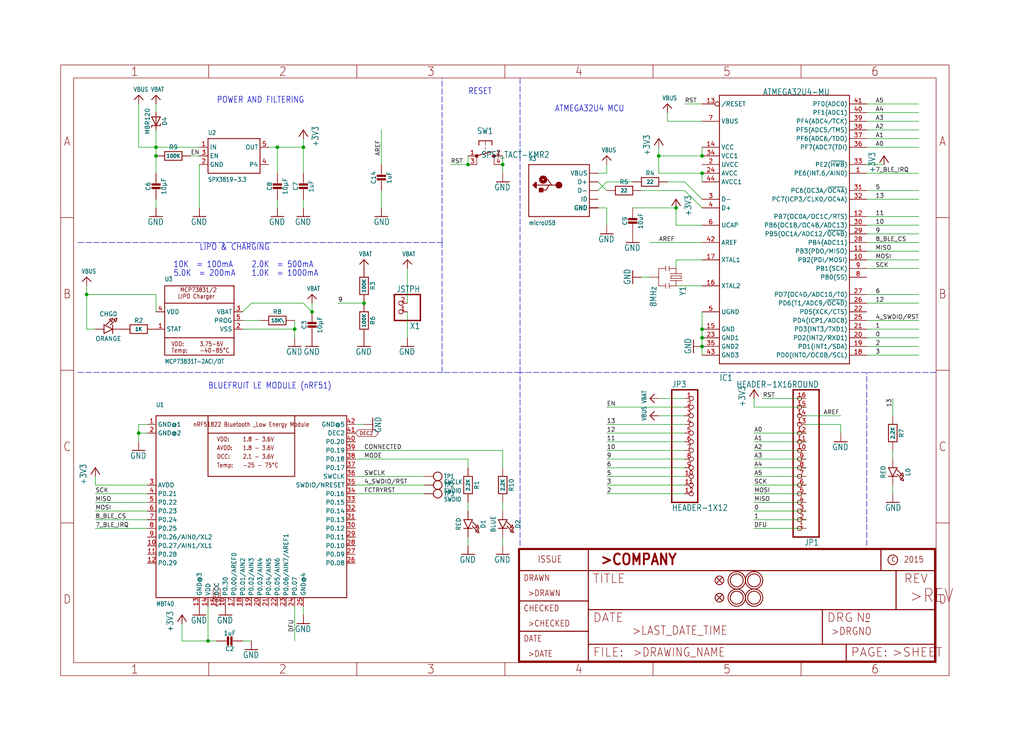
<source format=kicad_sch>
(kicad_sch (version 20211123) (generator eeschema)
  (paper "User" 300.076 217.881)
  (junction (at 86.36 96.52))
  (junction (at 147.32 48.26))
  (junction (at 205.74 50.8))
  (junction (at 205.74 99.06))
  (junction (at 106.68 88.9))
  (junction (at 60.96 187.96))
  (junction (at 205.74 101.6))
  (junction (at 198.12 60.96))
  (junction (at 205.74 45.72))
  (junction (at 91.44 91.44))
  (junction (at 88.9 43.18))
  (junction (at 40.64 127))
  (junction (at 45.72 45.72))
  (junction (at 81.28 43.18))
  (junction (at 45.72 43.18))
  (junction (at 205.74 96.52))
  (junction (at 137.16 48.26))
  (junction (at 25.4 86.36))
  (junction (at 193.04 45.72))
  (wire (pts (xy 220.98 129.54) (xy 236.22 129.54)))
  (wire (pts (xy 147.32 132.08) (xy 147.32 137.16)))
  (wire (pts (xy 193.04 45.72) (xy 205.74 45.72)))
  (wire (pts (xy 88.9 177.8) (xy 88.9 180.34)))
  (wire (pts (xy 60.96 187.96) (xy 63.5 187.96)))
  (wire (pts (xy 177.8 132.08) (xy 200.66 132.08)))
  (polyline (pts (xy 22.86 71.12) (xy 129.54 71.12)))
  (polyline (pts (xy 152.4 109.22) (xy 129.54 109.22)))
  (wire (pts (xy 60.96 187.96) (xy 53.34 187.96)))
  (wire (pts (xy 78.74 43.18) (xy 81.28 43.18)))
  (wire (pts (xy 81.28 50.8) (xy 81.28 43.18)))
  (wire (pts (xy 254 96.52) (xy 269.24 96.52)))
  (wire (pts (xy 147.32 157.48) (xy 147.32 160.02)))
  (wire (pts (xy 25.4 86.36) (xy 25.4 96.52)))
  (wire (pts (xy 53.34 187.96) (xy 53.34 182.88)))
  (wire (pts (xy 58.42 43.18) (xy 45.72 43.18)))
  (wire (pts (xy 147.32 45.72) (xy 147.32 48.26)))
  (wire (pts (xy 205.74 101.6) (xy 205.74 104.14)))
  (wire (pts (xy 254 43.18) (xy 269.24 43.18)))
  (wire (pts (xy 205.74 30.48) (xy 200.66 30.48)))
  (wire (pts (xy 195.58 35.56) (xy 195.58 33.02)))
  (wire (pts (xy 198.12 60.96) (xy 185.42 60.96)))
  (wire (pts (xy 236.22 137.16) (xy 220.98 137.16)))
  (polyline (pts (xy 129.54 109.22) (xy 129.54 71.12)))
  (wire (pts (xy 71.12 93.98) (xy 76.2 93.98)))
  (wire (pts (xy 45.72 86.36) (xy 45.72 91.44)))
  (wire (pts (xy 254 40.64) (xy 269.24 40.64)))
  (wire (pts (xy 236.22 124.46) (xy 246.38 124.46)))
  (wire (pts (xy 58.42 48.26) (xy 58.42 60.96)))
  (wire (pts (xy 269.24 99.06) (xy 254 99.06)))
  (wire (pts (xy 205.74 96.52) (xy 205.74 99.06)))
  (wire (pts (xy 71.12 187.96) (xy 73.66 187.96)))
  (wire (pts (xy 45.72 45.72) (xy 45.72 50.8)))
  (wire (pts (xy 177.8 50.8) (xy 177.8 48.26)))
  (polyline (pts (xy 152.4 109.22) (xy 152.4 22.86)))
  (wire (pts (xy 40.64 30.48) (xy 40.64 43.18)))
  (wire (pts (xy 254 88.9) (xy 269.24 88.9)))
  (polyline (pts (xy 129.54 71.12) (xy 129.54 22.86)))
  (wire (pts (xy 119.38 99.06) (xy 119.38 91.44)))
  (wire (pts (xy 177.8 60.96) (xy 177.8 66.04)))
  (wire (pts (xy 104.14 134.62) (xy 137.16 134.62)))
  (wire (pts (xy 193.04 50.8) (xy 193.04 45.72)))
  (wire (pts (xy 246.38 124.46) (xy 246.38 127)))
  (wire (pts (xy 200.66 124.46) (xy 177.8 124.46)))
  (wire (pts (xy 43.18 127) (xy 40.64 127)))
  (wire (pts (xy 106.68 88.9) (xy 99.06 88.9)))
  (wire (pts (xy 177.8 127) (xy 200.66 127)))
  (wire (pts (xy 175.26 50.8) (xy 177.8 50.8)))
  (wire (pts (xy 205.74 91.44) (xy 205.74 96.52)))
  (wire (pts (xy 254 58.42) (xy 269.24 58.42)))
  (wire (pts (xy 175.26 55.88) (xy 177.8 53.34)))
  (wire (pts (xy 254 33.02) (xy 269.24 33.02)))
  (wire (pts (xy 261.62 132.08) (xy 261.62 134.62)))
  (wire (pts (xy 220.98 147.32) (xy 236.22 147.32)))
  (wire (pts (xy 198.12 76.2) (xy 198.12 78.74)))
  (wire (pts (xy 27.94 147.32) (xy 43.18 147.32)))
  (wire (pts (xy 254 93.98) (xy 269.24 93.98)))
  (wire (pts (xy 205.74 45.72) (xy 205.74 43.18)))
  (wire (pts (xy 137.16 147.32) (xy 137.16 149.86)))
  (wire (pts (xy 111.76 55.88) (xy 111.76 60.96)))
  (wire (pts (xy 205.74 53.34) (xy 205.74 50.8)))
  (wire (pts (xy 236.22 144.78) (xy 220.98 144.78)))
  (wire (pts (xy 147.32 50.8) (xy 147.32 48.26)))
  (wire (pts (xy 236.22 132.08) (xy 220.98 132.08)))
  (wire (pts (xy 119.38 78.74) (xy 119.38 88.9)))
  (wire (pts (xy 254 66.04) (xy 269.24 66.04)))
  (wire (pts (xy 187.96 55.88) (xy 200.66 55.88)))
  (wire (pts (xy 254 76.2) (xy 269.24 76.2)))
  (wire (pts (xy 27.94 144.78) (xy 43.18 144.78)))
  (wire (pts (xy 177.8 53.34) (xy 185.42 53.34)))
  (wire (pts (xy 27.94 142.24) (xy 27.94 139.7)))
  (wire (pts (xy 86.36 93.98) (xy 86.36 96.52)))
  (wire (pts (xy 200.66 53.34) (xy 205.74 58.42)))
  (wire (pts (xy 198.12 76.2) (xy 205.74 76.2)))
  (wire (pts (xy 200.66 121.92) (xy 193.04 121.92)))
  (wire (pts (xy 187.96 81.28) (xy 190.5 81.28)))
  (wire (pts (xy 137.16 134.62) (xy 137.16 137.16)))
  (wire (pts (xy 25.4 83.82) (xy 25.4 86.36)))
  (wire (pts (xy 193.04 116.84) (xy 200.66 116.84)))
  (wire (pts (xy 91.44 91.44) (xy 91.44 88.9)))
  (wire (pts (xy 88.9 43.18) (xy 88.9 50.8)))
  (wire (pts (xy 45.72 58.42) (xy 45.72 60.96)))
  (wire (pts (xy 200.66 134.62) (xy 177.8 134.62)))
  (wire (pts (xy 71.12 96.52) (xy 86.36 96.52)))
  (polyline (pts (xy 254 160.02) (xy 254 109.22)))
  (wire (pts (xy 220.98 139.7) (xy 236.22 139.7)))
  (wire (pts (xy 254 104.14) (xy 269.24 104.14)))
  (wire (pts (xy 88.9 58.42) (xy 88.9 60.96)))
  (wire (pts (xy 205.74 99.06) (xy 205.74 101.6)))
  (wire (pts (xy 45.72 43.18) (xy 45.72 45.72)))
  (wire (pts (xy 147.32 147.32) (xy 147.32 149.86)))
  (wire (pts (xy 104.14 132.08) (xy 147.32 132.08)))
  (wire (pts (xy 236.22 127) (xy 220.98 127)))
  (wire (pts (xy 254 71.12) (xy 269.24 71.12)))
  (wire (pts (xy 205.74 50.8) (xy 193.04 50.8)))
  (wire (pts (xy 177.8 119.38) (xy 200.66 119.38)))
  (wire (pts (xy 254 68.58) (xy 269.24 68.58)))
  (wire (pts (xy 27.94 154.94) (xy 43.18 154.94)))
  (wire (pts (xy 254 35.56) (xy 269.24 35.56)))
  (wire (pts (xy 236.22 154.94) (xy 220.98 154.94)))
  (wire (pts (xy 200.66 142.24) (xy 177.8 142.24)))
  (wire (pts (xy 254 30.48) (xy 269.24 30.48)))
  (wire (pts (xy 45.72 30.48) (xy 45.72 33.02)))
  (wire (pts (xy 190.5 71.12) (xy 205.74 71.12)))
  (wire (pts (xy 200.66 55.88) (xy 205.74 60.96)))
  (wire (pts (xy 254 55.88) (xy 269.24 55.88)))
  (wire (pts (xy 205.74 35.56) (xy 195.58 35.56)))
  (wire (pts (xy 45.72 38.1) (xy 45.72 43.18)))
  (wire (pts (xy 177.8 137.16) (xy 200.66 137.16)))
  (polyline (pts (xy 274.32 109.22) (xy 254 109.22)))
  (wire (pts (xy 254 86.36) (xy 269.24 86.36)))
  (wire (pts (xy 88.9 43.18) (xy 88.9 40.64)))
  (wire (pts (xy 86.36 177.8) (xy 86.36 187.96)))
  (wire (pts (xy 254 38.1) (xy 269.24 38.1)))
  (wire (pts (xy 104.14 142.24) (xy 124.46 142.24)))
  (polyline (pts (xy 254 109.22) (xy 152.4 109.22)))
  (wire (pts (xy 104.14 139.7) (xy 124.46 139.7)))
  (wire (pts (xy 175.26 53.34) (xy 177.8 55.88)))
  (wire (pts (xy 137.16 48.26) (xy 137.16 45.72)))
  (wire (pts (xy 195.58 53.34) (xy 200.66 53.34)))
  (wire (pts (xy 40.64 127) (xy 40.64 129.54)))
  (wire (pts (xy 236.22 149.86) (xy 220.98 149.86)))
  (wire (pts (xy 55.88 45.72) (xy 58.42 45.72)))
  (wire (pts (xy 220.98 152.4) (xy 236.22 152.4)))
  (wire (pts (xy 254 63.5) (xy 269.24 63.5)))
  (wire (pts (xy 220.98 119.38) (xy 236.22 119.38)))
  (wire (pts (xy 254 78.74) (xy 269.24 78.74)))
  (wire (pts (xy 73.66 88.9) (xy 71.12 91.44)))
  (wire (pts (xy 261.62 121.92) (xy 261.62 116.84)))
  (polyline (pts (xy 22.86 109.22) (xy 129.54 109.22)))
  (wire (pts (xy 86.36 96.52) (xy 86.36 99.06)))
  (wire (pts (xy 198.12 83.82) (xy 205.74 83.82)))
  (wire (pts (xy 104.14 124.46) (xy 106.68 124.46)))
  (wire (pts (xy 193.04 45.72) (xy 193.04 43.18)))
  (wire (pts (xy 43.18 124.46) (xy 40.64 124.46)))
  (wire (pts (xy 175.26 60.96) (xy 177.8 60.96)))
  (wire (pts (xy 198.12 66.04) (xy 198.12 60.96)))
  (wire (pts (xy 236.22 142.24) (xy 220.98 142.24)))
  (wire (pts (xy 43.18 142.24) (xy 27.94 142.24)))
  (wire (pts (xy 40.64 43.18) (xy 45.72 43.18)))
  (wire (pts (xy 132.08 48.26) (xy 137.16 48.26)))
  (wire (pts (xy 137.16 157.48) (xy 137.16 160.02)))
  (wire (pts (xy 236.22 116.84) (xy 223.52 116.84)))
  (wire (pts (xy 27.94 149.86) (xy 43.18 149.86)))
  (wire (pts (xy 88.9 88.9) (xy 73.66 88.9)))
  (wire (pts (xy 60.96 177.8) (xy 60.96 187.96)))
  (wire (pts (xy 81.28 43.18) (xy 88.9 43.18)))
  (wire (pts (xy 27.94 152.4) (xy 43.18 152.4)))
  (wire (pts (xy 236.22 121.92) (xy 246.38 121.92)))
  (wire (pts (xy 27.94 96.52) (xy 25.4 96.52)))
  (wire (pts (xy 254 48.26) (xy 259.08 48.26)))
  (wire (pts (xy 254 101.6) (xy 269.24 101.6)))
  (wire (pts (xy 220.98 116.84) (xy 220.98 119.38)))
  (wire (pts (xy 254 73.66) (xy 269.24 73.66)))
  (wire (pts (xy 104.14 144.78) (xy 124.46 144.78)))
  (wire (pts (xy 40.64 124.46) (xy 40.64 127)))
  (wire (pts (xy 81.28 58.42) (xy 81.28 60.96)))
  (wire (pts (xy 25.4 86.36) (xy 45.72 86.36)))
  (wire (pts (xy 200.66 139.7) (xy 177.8 139.7)))
  (wire (pts (xy 220.98 134.62) (xy 236.22 134.62)))
  (polyline (pts (xy 152.4 160.02) (xy 152.4 109.22)))
  (wire (pts (xy 261.62 142.24) (xy 261.62 144.78)))
  (wire (pts (xy 254 50.8) (xy 269.24 50.8)))
  (wire (pts (xy 91.44 91.44) (xy 88.9 88.9)))
  (wire (pts (xy 205.74 66.04) (xy 198.12 66.04)))
  (wire (pts (xy 111.76 48.26) (xy 111.76 38.1)))
  (wire (pts (xy 200.66 129.54) (xy 177.8 129.54)))
  (wire (pts (xy 177.8 144.78) (xy 200.66 144.78)))
  (text "10K  = 100mA" (at 50.8 78.74 180) (effects (font (size 1.778 1.5113)) (justify left bottom)))
  (text "BLUEFRUIT LE MODULE (nRF51)" (at 60.96 114.3 180) (effects (font (size 1.778 1.5113)) (justify left bottom)))
  (text "1.0K  = 1000mA" (at 73.66 81.28 180) (effects (font (size 1.778 1.5113)) (justify left bottom)))
  (text "POWER AND FILTERING" (at 63.5 30.48 180) (effects (font (size 1.778 1.5113)) (justify left bottom)))
  (text "LIPO & CHARGING" (at 58.42 73.66 180) (effects (font (size 1.778 1.5113)) (justify left bottom)))
  (text "ATMEGA32U4 MCU" (at 162.56 33.02 180) (effects (font (size 1.778 1.5113)) (justify left bottom)))
  (text "RESET" (at 137.16 27.94 180) (effects (font (size 1.778 1.5113)) (justify left bottom)))
  (text "5.0K  = 200mA" (at 50.8 81.28 180) (effects (font (size 1.778 1.5113)) (justify left bottom)))
  (text "2.0K  = 500mA" (at 73.66 78.74 180) (effects (font (size 1.778 1.5113)) (justify left bottom)))
  (label "1" (at 256.54 96.52 0) (effects (font (size 1.2446 1.2446))))
  (label "MOSI" (at 256.54 76.2 0) (effects (font (size 1.2446 1.2446))))
  (label "A0" (at 220.98 127 0) (effects (font (size 1.2446 1.2446))))
  (label "5" (at 177.8 139.7 0) (effects (font (size 1.2446 1.2446))))
  (label "A5" (at 220.98 139.7 0) (effects (font (size 1.2446 1.2446))))
  (label "EN" (at 177.8 119.38 0) (effects (font (size 1.2446 1.2446))))
  (label "12" (at 177.8 127 0) (effects (font (size 1.2446 1.2446))))
  (label "AREF" (at 111.76 45.72 90) (effects (font (size 1.2446 1.2446))))
  (label "RST" (at 223.52 116.84 0) (effects (font (size 1.2446 1.2446))))
  (label "DFU" (at 86.36 185.42 90) (effects (font (size 1.2446 1.2446))))
  (label "3" (at 177.8 142.24 0) (effects (font (size 1.2446 1.2446))))
  (label "3" (at 256.54 104.14 0) (effects (font (size 1.2446 1.2446))))
  (label "7_BLE_IRQ" (at 27.94 154.94 0) (effects (font (size 1.2446 1.2446))))
  (label "SCK" (at 256.54 78.74 0) (effects (font (size 1.2446 1.2446))))
  (label "A2" (at 220.98 132.08 0) (effects (font (size 1.2446 1.2446))))
  (label "MISO" (at 256.54 73.66 0) (effects (font (size 1.2446 1.2446))))
  (label "EN" (at 55.88 45.72 0) (effects (font (size 1.2446 1.2446))))
  (label "A0" (at 256.54 43.18 0) (effects (font (size 1.2446 1.2446))))
  (label "6" (at 177.8 137.16 0) (effects (font (size 1.2446 1.2446))))
  (label "6" (at 256.54 86.36 0) (effects (font (size 1.2446 1.2446))))
  (label "11" (at 256.54 63.5 0) (effects (font (size 1.2446 1.2446))))
  (label "SCK" (at 27.94 144.78 0) (effects (font (size 1.2446 1.2446))))
  (label "7_BLE_IRQ" (at 256.54 50.8 0) (effects (font (size 1.2446 1.2446))))
  (label "9" (at 177.8 134.62 0) (effects (font (size 1.2446 1.2446))))
  (label "AREF" (at 241.3 121.92 0) (effects (font (size 1.2446 1.2446))))
  (label "SCK" (at 220.98 142.24 0) (effects (font (size 1.2446 1.2446))))
  (label "1" (at 220.98 152.4 0) (effects (font (size 1.2446 1.2446))))
  (label "0" (at 256.54 99.06 0) (effects (font (size 1.2446 1.2446))))
  (label "MOSI" (at 27.94 149.86 0) (effects (font (size 1.2446 1.2446))))
  (label "10" (at 256.54 66.04 0) (effects (font (size 1.2446 1.2446))))
  (label "A3" (at 256.54 35.56 0) (effects (font (size 1.2446 1.2446))))
  (label "MOSI" (at 220.98 144.78 0) (effects (font (size 1.2446 1.2446))))
  (label "8_BLE_CS" (at 256.54 71.12 0) (effects (font (size 1.2446 1.2446))))
  (label "SWCLK" (at 106.68 139.7 0) (effects (font (size 1.2446 1.2446))))
  (label "A5" (at 256.54 30.48 0) (effects (font (size 1.2446 1.2446))))
  (label "RST" (at 132.08 48.26 0) (effects (font (size 1.2446 1.2446))))
  (label "CONNECTED" (at 106.68 132.08 0) (effects (font (size 1.2446 1.2446))))
  (label "A1" (at 220.98 129.54 0) (effects (font (size 1.2446 1.2446))))
  (label "2" (at 177.8 144.78 0) (effects (font (size 1.2446 1.2446))))
  (label "AREF" (at 193.04 71.12 0) (effects (font (size 1.2446 1.2446))))
  (label "13" (at 177.8 124.46 0) (effects (font (size 1.2446 1.2446))))
  (label "A1" (at 256.54 40.64 0) (effects (font (size 1.2446 1.2446))))
  (label "4_SWDIO/RST" (at 106.68 142.24 0) (effects (font (size 1.2446 1.2446))))
  (label "A4" (at 220.98 137.16 0) (effects (font (size 1.2446 1.2446))))
  (label "A4" (at 256.54 33.02 0) (effects (font (size 1.2446 1.2446))))
  (label "FCTRYRST" (at 106.68 144.78 0) (effects (font (size 1.2446 1.2446))))
  (label "RST" (at 200.66 30.48 0) (effects (font (size 1.2446 1.2446))))
  (label "11" (at 177.8 129.54 0) (effects (font (size 1.2446 1.2446))))
  (label "8_BLE_CS" (at 27.94 152.4 0) (effects (font (size 1.2446 1.2446))))
  (label "5" (at 256.54 55.88 0) (effects (font (size 1.2446 1.2446))))
  (label "10" (at 177.8 132.08 0) (effects (font (size 1.2446 1.2446))))
  (label "A2" (at 256.54 38.1 0) (effects (font (size 1.2446 1.2446))))
  (label "9" (at 256.54 68.58 0) (effects (font (size 1.2446 1.2446))))
  (label "13" (at 256.54 58.42 0) (effects (font (size 1.2446 1.2446))))
  (label "0" (at 220.98 149.86 0) (effects (font (size 1.2446 1.2446))))
  (label "2" (at 256.54 101.6 0) (effects (font (size 1.2446 1.2446))))
  (label "DFU" (at 220.98 154.94 0) (effects (font (size 1.2446 1.2446))))
  (label "MISO" (at 220.98 147.32 0) (effects (font (size 1.2446 1.2446))))
  (label "4_SWDIO/RST" (at 256.54 93.98 0) (effects (font (size 1.2446 1.2446))))
  (label "13" (at 261.62 116.84 270) (effects (font (size 1.2446 1.2446))))
  (label "9" (at 99.06 88.9 0) (effects (font (size 1.2446 1.2446))))
  (label "MISO" (at 27.94 147.32 0) (effects (font (size 1.2446 1.2446))))
  (label "MODE" (at 106.68 134.62 0) (effects (font (size 1.2446 1.2446))))
  (label "12" (at 256.54 88.9 0) (effects (font (size 1.2446 1.2446))))
  (label "A3" (at 220.98 134.62 0) (effects (font (size 1.2446 1.2446))))
  (global_label "DCC" (shape bidirectional) (at 63.5 177.8 90) (effects (font (size 1.016 1.016))) (property "Intersheet References" "${INTERSHEET_REFS}" (effects hide)))
  (global_label "DEC2" (shape bidirectional) (at 104.14 127 0) (effects (font (size 1.016 1.016))) (property "Intersheet References" "${INTERSHEET_REFS}" (effects hide)))
  (symbol (lib_id "eagleSchem-eagle-import:VBAT") (at 45.72 27.94 0) (unit 1)
    (property "Reference" "#U$21" (effects hide))
    (property "Value" "VBAT" (at 44.196 26.924 0) (effects (font (size 1.27 1.0795)) (justify left bottom)))
    (property "Footprint" "eagleSchem:" (effects hide))
  )
  (symbol (lib_id "eagleSchem-eagle-import:MOUNTINGHOLE2.5") (at 220.98 170.18 90) (unit 1)
    (property "Reference" "U$24" (effects hide))
    (property "Value" "MOUNTINGHOLE2.5" (effects hide))
    (property "Footprint" "eagleSchem:MOUNTINGHOLE_2.5_PLATED" (effects hide))
    (property "Value" "MOUNTINGHOLE2.5" (effects hide))
  )
  (symbol (lib_id "eagleSchem-eagle-import:HEADER-1X12") (at 203.2 132.08 0) (unit 1)
    (property "Reference" "JP3" (at 196.85 113.665 0) (effects (font (size 1.778 1.5113)) (justify left bottom)))
    (property "Value" "HEADER-1X12" (at 196.85 149.86 0) (effects (font (size 1.778 1.5113)) (justify left bottom)))
    (property "Footprint" "eagleSchem:1X12_ROUND" (effects hide))
  )
  (symbol (lib_id "eagleSchem-eagle-import:CAP_CERAMIC0603_NO") (at 111.76 53.34 0) (unit 1)
    (property "Reference" "C14" (at 109.47 52.09 90))
    (property "Value" "1uF" (at 114.06 52.09 90))
    (property "Footprint" "eagleSchem:0603-NO" (effects hide))
  )
  (symbol (lib_id "eagleSchem-eagle-import:GND") (at 106.68 101.6 0) (unit 1)
    (property "Reference" "#U$25" (effects hide))
    (property "Value" "GND" (at 104.14 104.14 0) (effects (font (size 1.778 1.5113)) (justify left bottom)))
    (property "Footprint" "eagleSchem:" (effects hide))
  )
  (symbol (lib_id "eagleSchem-eagle-import:RESISTOR_0603_NOOUT") (at 182.88 55.88 0) (unit 1)
    (property "Reference" "R5" (at 182.88 53.34 0))
    (property "Value" "22" (at 182.88 55.88 0) (effects (font (size 1.016 1.016) bold)))
    (property "Footprint" "eagleSchem:0603-NO" (effects hide))
  )
  (symbol (lib_id "eagleSchem-eagle-import:TESTPOINT1.5X2.0MM_NOCREAM") (at 124.46 142.24 270) (unit 1)
    (property "Reference" "TP2" (at 130.048 142.24 90) (effects (font (size 1.27 1.0795)) (justify left)))
    (property "Value" "SWDIO" (at 130.048 143.891 90) (effects (font (size 1.27 1.0795)) (justify left)))
    (property "Footprint" "eagleSchem:PAD-1.5X2.0" (effects hide))
  )
  (symbol (lib_id "eagleSchem-eagle-import:GND") (at 66.04 180.34 0) (unit 1)
    (property "Reference" "#U$17" (effects hide))
    (property "Value" "GND" (at 63.5 182.88 0) (effects (font (size 1.778 1.5113)) (justify left bottom)))
    (property "Footprint" "eagleSchem:" (effects hide))
  )
  (symbol (lib_id "eagleSchem-eagle-import:RESISTOR_0603_NOOUT") (at 50.8 45.72 0) (unit 1)
    (property "Reference" "R9" (at 50.8 43.18 0))
    (property "Value" "100K" (at 50.8 45.72 0) (effects (font (size 1.016 1.016) bold)))
    (property "Footprint" "eagleSchem:0603-NO" (effects hide))
  )
  (symbol (lib_id "eagleSchem-eagle-import:CON_JST_PH_2PIN") (at 116.84 88.9 180) (unit 1)
    (property "Reference" "X1" (at 123.19 94.615 0) (effects (font (size 1.778 1.5113)) (justify left bottom)))
    (property "Value" "JSTPH" (at 123.19 83.82 0) (effects (font (size 1.778 1.5113)) (justify left bottom)))
    (property "Footprint" "eagleSchem:JSTPH2" (effects hide))
  )
  (symbol (lib_id "eagleSchem-eagle-import:+3V3") (at 27.94 137.16 0) (unit 1)
    (property "Reference" "#+3V2" (effects hide))
    (property "Value" "+3V3" (at 25.4 142.24 90) (effects (font (size 1.778 1.5113)) (justify left bottom)))
    (property "Footprint" "eagleSchem:" (effects hide))
  )
  (symbol (lib_id "eagleSchem-eagle-import:VBAT") (at 119.38 76.2 0) (unit 1)
    (property "Reference" "#U$16" (effects hide))
    (property "Value" "VBAT" (at 117.856 75.184 0) (effects (font (size 1.27 1.0795)) (justify left bottom)))
    (property "Footprint" "eagleSchem:" (effects hide))
  )
  (symbol (lib_id "eagleSchem-eagle-import:VBUS") (at 195.58 30.48 0) (unit 1)
    (property "Reference" "#U$8" (effects hide))
    (property "Value" "VBUS" (at 194.056 29.464 0) (effects (font (size 1.27 1.0795)) (justify left bottom)))
    (property "Footprint" "eagleSchem:" (effects hide))
  )
  (symbol (lib_id "eagleSchem-eagle-import:MOUNTINGHOLE2.5") (at 220.98 175.26 90) (unit 1)
    (property "Reference" "U$6" (effects hide))
    (property "Value" "MOUNTINGHOLE2.5" (effects hide))
    (property "Footprint" "eagleSchem:MOUNTINGHOLE_2.5_PLATED" (effects hide))
  )
  (symbol (lib_id "eagleSchem-eagle-import:GND") (at 58.42 63.5 0) (unit 1)
    (property "Reference" "#U$30" (effects hide))
    (property "Value" "GND" (at 55.88 66.04 0) (effects (font (size 1.778 1.5113)) (justify left bottom)))
    (property "Footprint" "eagleSchem:" (effects hide))
  )
  (symbol (lib_id "eagleSchem-eagle-import:VBAT") (at 91.44 86.36 0) (unit 1)
    (property "Reference" "#U$39" (effects hide))
    (property "Value" "VBAT" (at 89.916 85.344 0) (effects (font (size 1.27 1.0795)) (justify left bottom)))
    (property "Footprint" "eagleSchem:" (effects hide))
  )
  (symbol (lib_id "eagleSchem-eagle-import:CAP_CERAMIC0805-NOOUTLINE") (at 45.72 55.88 0) (unit 1)
    (property "Reference" "C6" (at 43.43 54.63 90))
    (property "Value" "10µF" (at 48.02 54.63 90))
    (property "Footprint" "eagleSchem:0805-NO" (effects hide))
  )
  (symbol (lib_id "eagleSchem-eagle-import:RESISTOR_0603_NOOUT") (at 106.68 93.98 270) (unit 1)
    (property "Reference" "R6" (at 109.22 93.98 0))
    (property "Value" "100K" (at 106.68 93.98 0) (effects (font (size 1.016 1.016) bold)))
    (property "Footprint" "eagleSchem:0603-NO" (effects hide))
  )
  (symbol (lib_id "eagleSchem-eagle-import:RESISTOR_0603_NOOUT") (at 106.68 83.82 270) (unit 1)
    (property "Reference" "R3" (at 109.22 83.82 0))
    (property "Value" "100K" (at 106.68 83.82 0) (effects (font (size 1.016 1.016) bold)))
    (property "Footprint" "eagleSchem:0603-NO" (effects hide))
  )
  (symbol (lib_id "eagleSchem-eagle-import:VBUS") (at 25.4 81.28 0) (unit 1)
    (property "Reference" "#U$38" (effects hide))
    (property "Value" "VBUS" (at 23.876 80.264 0) (effects (font (size 1.27 1.0795)) (justify left bottom)))
    (property "Footprint" "eagleSchem:" (effects hide))
  )
  (symbol (lib_id "eagleSchem-eagle-import:SPST_TACT-KMR2") (at 142.24 45.72 270) (unit 1)
    (property "Reference" "SW1" (at 139.7 39.37 90) (effects (font (size 1.778 1.5113)) (justify left bottom)))
    (property "Value" "SPST_TACT-KMR2" (at 140.97 46.355 90) (effects (font (size 1.778 1.5113)) (justify left bottom)))
    (property "Footprint" "eagleSchem:KMR2" (effects hide))
  )
  (symbol (lib_id "eagleSchem-eagle-import:GND") (at 203.2 101.6 270) (unit 1)
    (property "Reference" "#GND2" (effects hide))
    (property "Value" "GND" (at 200.66 99.06 0) (effects (font (size 1.778 1.5113)) (justify left bottom)))
    (property "Footprint" "eagleSchem:" (effects hide))
  )
  (symbol (lib_id "eagleSchem-eagle-import:+3V3") (at 259.08 45.72 0) (unit 1)
    (property "Reference" "#+3V7" (effects hide))
    (property "Value" "+3V3" (at 256.54 50.8 90) (effects (font (size 1.778 1.5113)) (justify left bottom)))
    (property "Footprint" "eagleSchem:" (effects hide))
  )
  (symbol (lib_id "eagleSchem-eagle-import:LED0805_NOOUTLINE") (at 137.16 154.94 270) (unit 1)
    (property "Reference" "D1" (at 141.605 153.67 0))
    (property "Value" "RED" (at 134.366 153.67 0))
    (property "Footprint" "eagleSchem:CHIPLED_0805_NOOUTLINE" (effects hide))
  )
  (symbol (lib_id "eagleSchem-eagle-import:RESISTOR_0603_NOOUT") (at 261.62 127 270) (unit 1)
    (property "Reference" "R7" (at 264.16 127 0))
    (property "Value" "2.2K" (at 261.62 127 0) (effects (font (size 1.016 1.016) bold)))
    (property "Footprint" "eagleSchem:0603-NO" (effects hide))
  )
  (symbol (lib_id "eagleSchem-eagle-import:LED0805_NOOUTLINE") (at 147.32 154.94 270) (unit 1)
    (property "Reference" "D2" (at 151.765 153.67 0))
    (property "Value" "BLUE" (at 144.526 153.67 0))
    (property "Footprint" "eagleSchem:CHIPLED_0805_NOOUTLINE" (effects hide))
  )
  (symbol (lib_id "eagleSchem-eagle-import:VBUS") (at 40.64 27.94 0) (unit 1)
    (property "Reference" "#U$3" (effects hide))
    (property "Value" "VBUS" (at 39.116 26.924 0) (effects (font (size 1.27 1.0795)) (justify left bottom)))
    (property "Footprint" "eagleSchem:" (effects hide))
  )
  (symbol (lib_id "eagleSchem-eagle-import:GND") (at 147.32 162.56 0) (unit 1)
    (property "Reference" "#U$4" (effects hide))
    (property "Value" "GND" (at 144.78 165.1 0) (effects (font (size 1.778 1.5113)) (justify left bottom)))
    (property "Footprint" "eagleSchem:" (effects hide))
  )
  (symbol (lib_id "eagleSchem-eagle-import:RESISTOR_0603_NOOUT") (at 147.32 142.24 270) (unit 1)
    (property "Reference" "R10" (at 149.86 142.24 0))
    (property "Value" "2.2K" (at 147.32 142.24 0) (effects (font (size 1.016 1.016) bold)))
    (property "Footprint" "eagleSchem:0603-NO" (effects hide))
  )
  (symbol (lib_id "eagleSchem-eagle-import:VBAT") (at 106.68 76.2 0) (unit 1)
    (property "Reference" "#U$14" (effects hide))
    (property "Value" "VBAT" (at 105.156 75.184 0) (effects (font (size 1.27 1.0795)) (justify left bottom)))
    (property "Footprint" "eagleSchem:" (effects hide))
  )
  (symbol (lib_id "eagleSchem-eagle-import:GND") (at 119.38 101.6 0) (unit 1)
    (property "Reference" "#U$22" (effects hide))
    (property "Value" "GND" (at 116.84 104.14 0) (effects (font (size 1.778 1.5113)) (justify left bottom)))
    (property "Footprint" "eagleSchem:" (effects hide))
  )
  (symbol (lib_id "eagleSchem-eagle-import:GND") (at 45.72 63.5 0) (unit 1)
    (property "Reference" "#U$27" (effects hide))
    (property "Value" "GND" (at 43.18 66.04 0) (effects (font (size 1.778 1.5113)) (justify left bottom)))
    (property "Footprint" "eagleSchem:" (effects hide))
  )
  (symbol (lib_id "eagleSchem-eagle-import:RESONATORSMD") (at 198.12 81.28 270) (unit 1)
    (property "Reference" "Y1" (at 199.136 83.82 0) (effects (font (size 1.778 1.5113)) (justify left bottom)))
    (property "Value" "8MHz" (at 190.5 83.82 0) (effects (font (size 1.778 1.5113)) (justify left bottom)))
    (property "Footprint" "eagleSchem:RESONATOR-SMD" (effects hide))
  )
  (symbol (lib_id "eagleSchem-eagle-import:ATMEGA32U4-MU") (at 228.6 73.66 0) (unit 1)
    (property "Reference" "IC1" (at 210.82 111.76 0) (effects (font (size 1.778 1.5113)) (justify left bottom)))
    (property "Value" "ATMEGA32U4-MU" (at 223.52 27.94 0) (effects (font (size 1.778 1.5113)) (justify left bottom)))
    (property "Footprint" "eagleSchem:TQFN44_7MM" (effects hide))
  )
  (symbol (lib_id "eagleSchem-eagle-import:GND") (at 86.36 101.6 0) (unit 1)
    (property "Reference" "#U$36" (effects hide))
    (property "Value" "GND" (at 83.82 104.14 0) (effects (font (size 1.778 1.5113)) (justify left bottom)))
    (property "Footprint" "eagleSchem:" (effects hide))
  )
  (symbol (lib_id "eagleSchem-eagle-import:+3V3") (at 193.04 40.64 0) (unit 1)
    (property "Reference" "#+3V5" (effects hide))
    (property "Value" "+3V3" (at 190.5 45.72 90) (effects (font (size 1.778 1.5113)) (justify left bottom)))
    (property "Footprint" "eagleSchem:" (effects hide))
  )
  (symbol (lib_id "eagleSchem-eagle-import:FRAME_A4") (at 17.78 198.12 0) (unit 1)
    (property "Reference" "#FRAME1" (effects hide))
    (property "Value" "FRAME_A4" (effects hide))
    (property "Footprint" "eagleSchem:" (effects hide))
  )
  (symbol (lib_id "eagleSchem-eagle-import:GND") (at 147.32 53.34 0) (unit 1)
    (property "Reference" "#GND7" (effects hide))
    (property "Value" "GND" (at 144.78 55.88 0) (effects (font (size 1.778 1.5113)) (justify left bottom)))
    (property "Footprint" "eagleSchem:" (effects hide))
  )
  (symbol (lib_id "eagleSchem-eagle-import:+3V3") (at 88.9 38.1 0) (mirror y) (unit 1)
    (property "Reference" "#+3V4" (effects hide))
    (property "Value" "+3V3" (at 91.44 43.18 90) (effects (font (size 1.778 1.5113)) (justify left bottom)))
    (property "Footprint" "eagleSchem:" (effects hide))
  )
  (symbol (lib_id "eagleSchem-eagle-import:USB_MICRO_20329_V2") (at 165.1 55.88 0) (unit 1)
    (property "Reference" "X3" (at 154.94 47.244 0) (effects (font (size 1.27 1.0795)) (justify left bottom)))
    (property "Value" "microUSB" (at 154.94 66.04 0) (effects (font (size 1.27 1.0795)) (justify left bottom)))
    (property "Footprint" "eagleSchem:4UCONN_20329_V2" (effects hide))
  )
  (symbol (lib_id "eagleSchem-eagle-import:VBUS") (at 190.5 121.92 90) (unit 1)
    (property "Reference" "#U$19" (effects hide))
    (property "Value" "VBUS" (at 189.484 123.444 0) (effects (font (size 1.27 1.0795)) (justify left bottom)))
    (property "Footprint" "eagleSchem:" (effects hide))
  )
  (symbol (lib_id "eagleSchem-eagle-import:GND") (at 111.76 63.5 0) (mirror y) (unit 1)
    (property "Reference" "#GND12" (effects hide))
    (property "Value" "GND" (at 114.3 66.04 0) (effects (font (size 1.778 1.5113)) (justify left bottom)))
    (property "Footprint" "eagleSchem:" (effects hide))
  )
  (symbol (lib_id "eagleSchem-eagle-import:LED0805_NOOUTLINE") (at 33.02 96.52 0) (unit 1)
    (property "Reference" "CHG0" (at 31.75 92.075 0))
    (property "Value" "ORANGE" (at 31.75 99.314 0))
    (property "Footprint" "eagleSchem:CHIPLED_0805_NOOUTLINE" (effects hide))
  )
  (symbol (lib_id "eagleSchem-eagle-import:CAP_CERAMIC0603_NO") (at 68.58 187.96 90) (unit 1)
    (property "Reference" "C2" (at 67.33 190.25 90))
    (property "Value" "1uF" (at 67.33 185.66 90))
    (property "Footprint" "eagleSchem:0603-NO" (effects hide))
  )
  (symbol (lib_id "eagleSchem-eagle-import:RESISTOR_0603_NOOUT") (at 81.28 93.98 0) (unit 1)
    (property "Reference" "R8" (at 81.28 91.44 0))
    (property "Value" "10K\\" (at 81.28 93.98 0) (effects (font (size 1.016 1.016) bold)))
    (property "Footprint" "eagleSchem:0603-NO" (effects hide))
  )
  (symbol (lib_id "eagleSchem-eagle-import:NRF51822_MODULE_MDBT40") (at 73.66 147.32 0) (unit 1)
    (property "Reference" "U1" (at 45.72 119.38 0) (effects (font (size 1.27 1.0795)) (justify left bottom)))
    (property "Value" "MBT40" (at 45.72 177.8 0) (effects (font (size 1.27 1.0795)) (justify left bottom)))
    (property "Footprint" "eagleSchem:BLE_MODULE_RAYTAC_MDBT40" (effects hide))
  )
  (symbol (lib_id "eagleSchem-eagle-import:VBAT") (at 190.5 116.84 90) (unit 1)
    (property "Reference" "#U$20" (effects hide))
    (property "Value" "VBAT" (at 189.484 118.364 0) (effects (font (size 1.27 1.0795)) (justify left bottom)))
    (property "Footprint" "eagleSchem:" (effects hide))
  )
  (symbol (lib_id "eagleSchem-eagle-import:GND") (at 58.42 180.34 0) (unit 1)
    (property "Reference" "#U$5" (effects hide))
    (property "Value" "GND" (at 55.88 182.88 0) (effects (font (size 1.778 1.5113)) (justify left bottom)))
    (property "Footprint" "eagleSchem:" (effects hide))
  )
  (symbol (lib_id "eagleSchem-eagle-import:RESISTOR_0603_NOOUT") (at 40.64 96.52 0) (unit 1)
    (property "Reference" "R2" (at 40.64 93.98 0))
    (property "Value" "1K" (at 40.64 96.52 0) (effects (font (size 1.016 1.016) bold)))
    (property "Footprint" "eagleSchem:0603-NO" (effects hide))
  )
  (symbol (lib_id "eagleSchem-eagle-import:HEADER-1X16ROUND") (at 233.68 137.16 180) (unit 1)
    (property "Reference" "JP1" (at 240.03 158.115 0) (effects (font (size 1.778 1.5113)) (justify left bottom)))
    (property "Value" "HEADER-1X16ROUND" (at 240.03 111.76 0) (effects (font (size 1.778 1.5113)) (justify left bottom)))
    (property "Footprint" "eagleSchem:1X16_ROUND" (effects hide))
  )
  (symbol (lib_id "eagleSchem-eagle-import:RESISTOR_0603_NOOUT") (at 190.5 53.34 0) (unit 1)
    (property "Reference" "R4" (at 190.5 50.8 0))
    (property "Value" "22" (at 190.5 53.34 0) (effects (font (size 1.016 1.016) bold)))
    (property "Footprint" "eagleSchem:0603-NO" (effects hide))
  )
  (symbol (lib_id "eagleSchem-eagle-import:VREG_SOT23-5") (at 68.58 45.72 0) (unit 1)
    (property "Reference" "U2" (at 60.96 39.624 0) (effects (font (size 1.27 1.0795)) (justify left bottom)))
    (property "Value" "SPX3819-3.3" (at 60.96 53.34 0) (effects (font (size 1.27 1.0795)) (justify left bottom)))
    (property "Footprint" "eagleSchem:SOT23-5" (effects hide))
  )
  (symbol (lib_id "eagleSchem-eagle-import:CAP_CERAMIC0805-NOOUTLINE") (at 81.28 55.88 0) (unit 1)
    (property "Reference" "C8" (at 78.99 54.63 90))
    (property "Value" "10µF" (at 83.58 54.63 90))
    (property "Footprint" "eagleSchem:0805-NO" (effects hide))
  )
  (symbol (lib_id "eagleSchem-eagle-import:GND") (at 261.62 147.32 0) (mirror y) (unit 1)
    (property "Reference" "#GND10" (effects hide))
    (property "Value" "GND" (at 264.16 149.86 0) (effects (font (size 1.778 1.5113)) (justify left bottom)))
    (property "Footprint" "eagleSchem:" (effects hide))
  )
  (symbol (lib_id "eagleSchem-eagle-import:GND") (at 185.42 71.12 0) (unit 1)
    (property "Reference" "#GND3" (effects hide))
    (property "Value" "GND" (at 182.88 73.66 0) (effects (font (size 1.778 1.5113)) (justify left bottom)))
    (property "Footprint" "eagleSchem:" (effects hide))
  )
  (symbol (lib_id "eagleSchem-eagle-import:+3V3") (at 220.98 114.3 0) (unit 1)
    (property "Reference" "#+3V1" (effects hide))
    (property "Value" "+3V3" (at 218.44 119.38 90) (effects (font (size 1.778 1.5113)) (justify left bottom)))
    (property "Footprint" "eagleSchem:" (effects hide))
  )
  (symbol (lib_id "eagleSchem-eagle-import:TESTPOINT1.5X2.0MM_NOCREAM") (at 124.46 144.78 270) (unit 1)
    (property "Reference" "TP3" (at 130.048 144.78 90) (effects (font (size 1.27 1.0795)) (justify left)))
    (property "Value" "SWDIO" (at 130.048 146.431 90) (effects (font (size 1.27 1.0795)) (justify left)))
    (property "Footprint" "eagleSchem:PAD-1.5X2.0" (effects hide))
  )
  (symbol (lib_id "eagleSchem-eagle-import:VBUS") (at 177.8 45.72 0) (unit 1)
    (property "Reference" "#U$1" (effects hide))
    (property "Value" "VBUS" (at 176.276 44.704 0) (effects (font (size 1.27 1.0795)) (justify left bottom)))
    (property "Footprint" "eagleSchem:" (effects hide))
  )
  (symbol (lib_id "eagleSchem-eagle-import:GND") (at 246.38 129.54 0) (unit 1)
    (property "Reference" "#GND4" (effects hide))
    (property "Value" "GND" (at 243.84 132.08 0) (effects (font (size 1.778 1.5113)) (justify left bottom)))
    (property "Footprint" "eagleSchem:" (effects hide))
  )
  (symbol (lib_id "eagleSchem-eagle-import:CAP_CERAMIC0805-NOOUTLINE") (at 91.44 96.52 0) (unit 1)
    (property "Reference" "C3" (at 89.15 95.27 90))
    (property "Value" "10µF" (at 93.74 95.27 90))
    (property "Footprint" "eagleSchem:0805-NO" (effects hide))
  )
  (symbol (lib_id "eagleSchem-eagle-import:LED0805_NOOUTLINE") (at 261.62 139.7 270) (unit 1)
    (property "Reference" "L0" (at 266.065 138.43 0))
    (property "Value" "RED" (at 258.826 138.43 0))
    (property "Footprint" "eagleSchem:CHIPLED_0805_NOOUTLINE" (effects hide))
  )
  (symbol (lib_id "eagleSchem-eagle-import:+3V3") (at 53.34 180.34 0) (unit 1)
    (property "Reference" "#+3V3" (effects hide))
    (property "Value" "+3V3" (at 50.8 185.42 90) (effects (font (size 1.778 1.5113)) (justify left bottom)))
    (property "Footprint" "eagleSchem:" (effects hide))
  )
  (symbol (lib_id "eagleSchem-eagle-import:GND") (at 91.44 101.6 0) (unit 1)
    (property "Reference" "#U$33" (effects hide))
    (property "Value" "GND" (at 88.9 104.14 0) (effects (font (size 1.778 1.5113)) (justify left bottom)))
    (property "Footprint" "eagleSchem:" (effects hide))
  )
  (symbol (lib_id "eagleSchem-eagle-import:MOUNTINGHOLE2.5") (at 215.9 175.26 90) (unit 1)
    (property "Reference" "U$31" (effects hide))
    (property "Value" "MOUNTINGHOLE2.5" (effects hide))
    (property "Footprint" "eagleSchem:MOUNTINGHOLE_2.5_PLATED" (effects hide))
  )
  (symbol (lib_id "eagleSchem-eagle-import:TESTPOINT1.5X2.0MM_NOCREAM") (at 124.46 139.7 270) (unit 1)
    (property "Reference" "TP1" (at 130.048 139.7 90) (effects (font (size 1.27 1.0795)) (justify left)))
    (property "Value" "SWCLK" (at 130.048 141.351 90) (effects (font (size 1.27 1.0795)) (justify left)))
    (property "Footprint" "eagleSchem:PAD-1.5X2.0" (effects hide))
  )
  (symbol (lib_id "eagleSchem-eagle-import:CAP_CERAMIC_0805MP") (at 185.42 66.04 0) (unit 1)
    (property "Reference" "C9" (at 183.13 64.79 90))
    (property "Value" "10uF" (at 187.72 64.79 90))
    (property "Footprint" "eagleSchem:_0805MP" (effects hide))
  )
  (symbol (lib_id "eagleSchem-eagle-import:GND") (at 73.66 190.5 0) (unit 1)
    (property "Reference" "#U$18" (effects hide))
    (property "Value" "GND" (at 71.12 193.04 0) (effects (font (size 1.778 1.5113)) (justify left bottom)))
    (property "Footprint" "eagleSchem:" (effects hide))
  )
  (symbol (lib_id "eagleSchem-eagle-import:GND") (at 40.64 132.08 0) (unit 1)
    (property "Reference" "#U$12" (effects hide))
    (property "Value" "GND" (at 38.1 134.62 0) (effects (font (size 1.778 1.5113)) (justify left bottom)))
    (property "Footprint" "eagleSchem:" (effects hide))
  )
  (symbol (lib_id "eagleSchem-eagle-import:CAP_CERAMIC0603_NO") (at 88.9 55.88 0) (unit 1)
    (property "Reference" "C7" (at 86.61 54.63 90))
    (property "Value" "1uF" (at 91.2 54.63 90))
    (property "Footprint" "eagleSchem:0603-NO" (effects hide))
  )
  (symbol (lib_id "eagleSchem-eagle-import:GND") (at 88.9 182.88 0) (unit 1)
    (property "Reference" "#U$10" (effects hide))
    (property "Value" "GND" (at 86.36 185.42 0) (effects (font (size 1.778 1.5113)) (justify left bottom)))
    (property "Footprint" "eagleSchem:" (effects hide))
  )
  (symbol (lib_id "eagleSchem-eagle-import:GND") (at 177.8 68.58 0) (unit 1)
    (property "Reference" "#GND1" (effects hide))
    (property "Value" "GND" (at 175.26 71.12 0) (effects (font (size 1.778 1.5113)) (justify left bottom)))
    (property "Footprint" "eagleSchem:" (effects hide))
  )
  (symbol (lib_id "eagleSchem-eagle-import:GND") (at 109.22 124.46 90) (unit 1)
    (property "Reference" "#U$13" (effects hide))
    (property "Value" "GND" (at 111.76 127 0) (effects (font (size 1.778 1.5113)) (justify left bottom)))
    (property "Footprint" "eagleSchem:" (effects hide))
  )
  (symbol (lib_id "eagleSchem-eagle-import:GND") (at 185.42 81.28 270) (unit 1)
    (property "Reference" "#GND6" (effects hide))
    (property "Value" "GND" (at 182.88 78.74 0) (effects (font (size 1.778 1.5113)) (justify left bottom)))
    (property "Footprint" "eagleSchem:" (effects hide))
  )
  (symbol (lib_id "eagleSchem-eagle-import:FIDUCIAL{dblquote}{dblquote}") (at 210.82 175.26 90) (unit 1)
    (property "Reference" "U$35" (effects hide))
    (property "Value" "FIDUCIAL{dblquote}{dblquote}" (effects hide))
    (property "Footprint" "eagleSchem:FIDUCIAL_1MM" (effects hide))
  )
  (symbol (lib_id "eagleSchem-eagle-import:MOUNTINGHOLE2.5") (at 215.9 170.18 90) (unit 1)
    (property "Reference" "U$32" (effects hide))
    (property "Value" "MOUNTINGHOLE2.5" (effects hide))
    (property "Footprint" "eagleSchem:MOUNTINGHOLE_2.5_PLATED" (effects hide))
  )
  (symbol (lib_id "eagleSchem-eagle-import:DIODE-SCHOTTKYSOD-123") (at 45.72 35.56 270) (unit 1)
    (property "Reference" "D4" (at 48.26 35.56 0))
    (property "Value" "MBR120" (at 43.22 35.56 0))
    (property "Footprint" "eagleSchem:SOD-123" (effects hide))
  )
  (symbol (lib_id "eagleSchem-eagle-import:FRAME_A4") (at 152.4 195.58 0) (unit 2)
    (property "Reference" "#FRAME1" (effects hide))
    (property "Value" "FRAME_A4" (effects hide))
    (property "Footprint" "eagleSchem:" (effects hide))
  )
  (symbol (lib_id "eagleSchem-eagle-import:GND") (at 88.9 63.5 0) (unit 1)
    (property "Reference" "#U$28" (effects hide))
    (property "Value" "GND" (at 86.36 66.04 0) (effects (font (size 1.778 1.5113)) (justify left bottom)))
    (property "Footprint" "eagleSchem:" (effects hide))
  )
  (symbol (lib_id "eagleSchem-eagle-import:MCP73831{slash}2") (at 58.42 93.98 0) (unit 1)
    (property "Reference" "U3" (at 48.26 82.55 0) (effects (font (size 1.27 1.0795)) (justify left bottom)))
    (property "Value" "MCP73831T-2ACI/OT" (at 48.26 106.68 0) (effects (font (size 1.27 1.0795)) (justify left bottom)))
    (property "Footprint" "eagleSchem:SOT23-5" (effects hide))
  )
  (symbol (lib_id "eagleSchem-eagle-import:RESISTOR_0603_NOOUT") (at 137.16 142.24 270) (unit 1)
    (property "Reference" "R1" (at 139.7 142.24 0))
    (property "Value" "2.2K" (at 137.16 142.24 0) (effects (font (size 1.016 1.016) bold)))
    (property "Footprint" "eagleSchem:0603-NO" (effects hide))
  )
  (symbol (lib_id "eagleSchem-eagle-import:FIDUCIAL{dblquote}{dblquote}") (at 210.82 170.18 90) (unit 1)
    (property "Reference" "U$34" (effects hide))
    (property "Value" "FIDUCIAL{dblquote}{dblquote}" (effects hide))
    (property "Footprint" "eagleSchem:FIDUCIAL_1MM" (effects hide))
  )
  (symbol (lib_id "eagleSchem-eagle-import:GND") (at 81.28 63.5 0) (unit 1)
    (property "Reference" "#U$29" (effects hide))
    (property "Value" "GND" (at 78.74 66.04 0) (effects (font (size 1.778 1.5113)) (justify left bottom)))
    (property "Footprint" "eagleSchem:" (effects hide))
  )
  (symbol (lib_id "eagleSchem-eagle-import:+3V3") (at 198.12 58.42 0) (mirror y) (unit 1)
    (property "Reference" "#+3V6" (effects hide))
    (property "Value" "+3V3" (at 200.66 63.5 90) (effects (font (size 1.778 1.5113)) (justify left bottom)))
    (property "Footprint" "eagleSchem:" (effects hide))
  )
  (symbol (lib_id "eagleSchem-eagle-import:GND") (at 137.16 162.56 0) (unit 1)
    (property "Reference" "#U$2" (effects hide))
    (property "Value" "GND" (at 134.62 165.1 0) (effects (font (size 1.778 1.5113)) (justify left bottom)))
    (property "Footprint" "eagleSchem:" (effects hide))
  )
)
</source>
